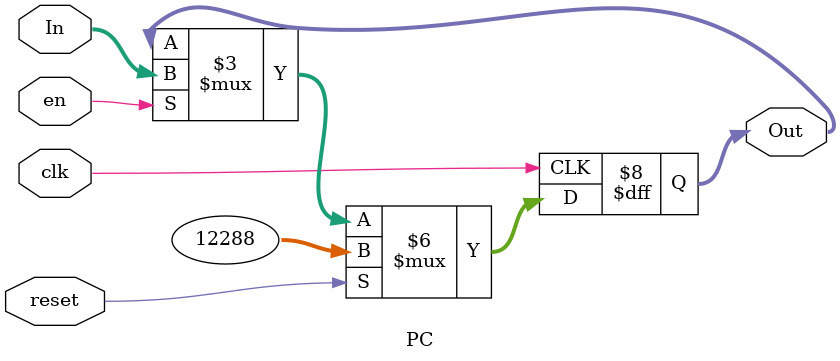
<source format=v>
`timescale 1ns / 1ps
`define PC_DEFAULT	32'h0000_3000

module PC(
    input clk,
    input reset,
	input en,
    input [31:0] In,
    output reg [31:0] Out
    );
	initial begin
		Out = `PC_DEFAULT;
	end
	
	always@(posedge clk) begin
		if(reset) begin
			Out <= `PC_DEFAULT;
		end
		else if (en) begin
			Out <= In;
		end
	end
endmodule

</source>
